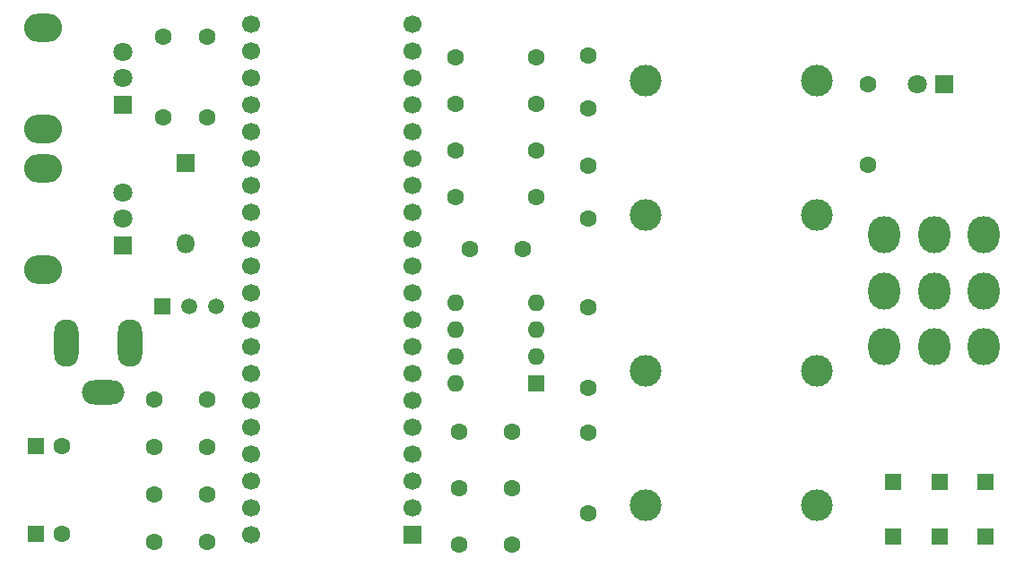
<source format=gbr>
%TF.GenerationSoftware,KiCad,Pcbnew,9.0.5*%
%TF.CreationDate,2025-10-31T17:46:48-05:00*%
%TF.ProjectId,wah,7761682e-6b69-4636-9164-5f7063625858,0.3*%
%TF.SameCoordinates,Original*%
%TF.FileFunction,Soldermask,Top*%
%TF.FilePolarity,Negative*%
%FSLAX46Y46*%
G04 Gerber Fmt 4.6, Leading zero omitted, Abs format (unit mm)*
G04 Created by KiCad (PCBNEW 9.0.5) date 2025-10-31 17:46:48*
%MOMM*%
%LPD*%
G01*
G04 APERTURE LIST*
G04 Aperture macros list*
%AMRoundRect*
0 Rectangle with rounded corners*
0 $1 Rounding radius*
0 $2 $3 $4 $5 $6 $7 $8 $9 X,Y pos of 4 corners*
0 Add a 4 corners polygon primitive as box body*
4,1,4,$2,$3,$4,$5,$6,$7,$8,$9,$2,$3,0*
0 Add four circle primitives for the rounded corners*
1,1,$1+$1,$2,$3*
1,1,$1+$1,$4,$5*
1,1,$1+$1,$6,$7*
1,1,$1+$1,$8,$9*
0 Add four rect primitives between the rounded corners*
20,1,$1+$1,$2,$3,$4,$5,0*
20,1,$1+$1,$4,$5,$6,$7,0*
20,1,$1+$1,$6,$7,$8,$9,0*
20,1,$1+$1,$8,$9,$2,$3,0*%
G04 Aperture macros list end*
%ADD10RoundRect,0.250000X-0.550000X-0.550000X0.550000X-0.550000X0.550000X0.550000X-0.550000X0.550000X0*%
%ADD11C,1.600000*%
%ADD12R,1.800000X1.800000*%
%ADD13O,1.800000X1.800000*%
%ADD14O,3.580000X2.720000*%
%ADD15O,3.580000X2.696000*%
%ADD16C,1.800000*%
%ADD17R,1.500000X1.500000*%
%ADD18C,1.500000*%
%ADD19C,3.000000*%
%ADD20O,2.300000X4.500000*%
%ADD21O,4.000000X2.300000*%
%ADD22O,3.000000X3.500000*%
%ADD23R,1.600000X1.600000*%
%ADD24O,1.600000X1.600000*%
%ADD25R,1.700000X1.700000*%
%ADD26C,1.700000*%
G04 APERTURE END LIST*
D10*
%TO.C,C13*%
X47700000Y-75035000D03*
D11*
X50200000Y-75035000D03*
%TD*%
D10*
%TO.C,C3*%
X47700000Y-83335000D03*
D11*
X50200000Y-83335000D03*
%TD*%
D12*
%TO.C,D1*%
X61885000Y-48270000D03*
D13*
X61885000Y-55890000D03*
%TD*%
D11*
%TO.C,C11*%
X92685000Y-79020000D03*
X87685000Y-79020000D03*
%TD*%
D14*
%TO.C,RV2*%
X48447000Y-45031600D03*
D15*
X48435000Y-35443600D03*
D12*
X55947000Y-42731600D03*
D16*
X55947000Y-40231600D03*
X55947000Y-37731600D03*
%TD*%
D11*
%TO.C,C6*%
X88685000Y-56370000D03*
X93685000Y-56370000D03*
%TD*%
D17*
%TO.C,GND1*%
X137385000Y-78370000D03*
%TD*%
D11*
%TO.C,R6*%
X59785000Y-36360000D03*
X59785000Y-43980000D03*
%TD*%
D17*
%TO.C,U2*%
X59645000Y-61830000D03*
D18*
X62185000Y-61830000D03*
X64725000Y-61830000D03*
%TD*%
D17*
%TO.C,TP_5V1*%
X128685000Y-78370000D03*
%TD*%
D19*
%TO.C,J3*%
X121515000Y-80570000D03*
X105285000Y-80570000D03*
X121515000Y-67870000D03*
X105285000Y-67870000D03*
%TD*%
D11*
%TO.C,C5*%
X63900000Y-75101667D03*
X58900000Y-75101667D03*
%TD*%
%TO.C,R2*%
X87375000Y-38246800D03*
X94995000Y-38246800D03*
%TD*%
D20*
%TO.C,J1*%
X56585000Y-65270000D03*
X50585000Y-65270000D03*
D21*
X54085000Y-69920000D03*
%TD*%
D14*
%TO.C,RV1*%
X48447000Y-58352000D03*
D15*
X48435000Y-48764000D03*
D12*
X55947000Y-56052000D03*
D16*
X55947000Y-53552000D03*
X55947000Y-51052000D03*
%TD*%
D11*
%TO.C,C8*%
X63900000Y-84035000D03*
X58900000Y-84035000D03*
%TD*%
%TO.C,R7*%
X99885000Y-81370000D03*
X99885000Y-73750000D03*
%TD*%
%TO.C,R1*%
X87375000Y-42654533D03*
X94995000Y-42654533D03*
%TD*%
%TO.C,R9*%
X126285000Y-48390000D03*
X126285000Y-40770000D03*
%TD*%
%TO.C,R5*%
X63885000Y-43980000D03*
X63885000Y-36360000D03*
%TD*%
D17*
%TO.C,TP_VREF1*%
X128685000Y-83570000D03*
%TD*%
D12*
%TO.C,D2*%
X133470000Y-40770000D03*
D16*
X130930000Y-40770000D03*
%TD*%
D11*
%TO.C,C4*%
X63900000Y-70635000D03*
X58900000Y-70635000D03*
%TD*%
D22*
%TO.C,SW1*%
X127835000Y-65650000D03*
X132535000Y-65650000D03*
X137235000Y-65650000D03*
X127835000Y-60350000D03*
X132535000Y-60350000D03*
X137235000Y-60350000D03*
X127835000Y-55050000D03*
X132535000Y-55050000D03*
X137235000Y-55050000D03*
%TD*%
D19*
%TO.C,J2*%
X105285000Y-40470000D03*
X121515000Y-40470000D03*
X105285000Y-53170000D03*
X121515000Y-53170000D03*
%TD*%
D11*
%TO.C,R3*%
X94995000Y-51470000D03*
X87375000Y-51470000D03*
%TD*%
%TO.C,C7*%
X63900000Y-79568333D03*
X58900000Y-79568333D03*
%TD*%
%TO.C,R8*%
X99885000Y-61870000D03*
X99885000Y-69490000D03*
%TD*%
%TO.C,C1*%
X99885000Y-48513600D03*
X99885000Y-53513600D03*
%TD*%
%TO.C,C2*%
X99885000Y-43070000D03*
X99885000Y-38070000D03*
%TD*%
D23*
%TO.C,U1*%
X94985000Y-69090000D03*
D24*
X94985000Y-66550000D03*
X94985000Y-64010000D03*
X94985000Y-61470000D03*
X87365000Y-61470000D03*
X87365000Y-64010000D03*
X87365000Y-66550000D03*
X87365000Y-69090000D03*
%TD*%
D11*
%TO.C,C9*%
X92685000Y-84370000D03*
X87685000Y-84370000D03*
%TD*%
%TO.C,R4*%
X87375000Y-47062267D03*
X94995000Y-47062267D03*
%TD*%
D25*
%TO.C,A1*%
X83252000Y-83411600D03*
D26*
X83252000Y-80871600D03*
X83252000Y-78331600D03*
X83252000Y-75791600D03*
X83252000Y-73251600D03*
X83252000Y-70711600D03*
X83252000Y-68171600D03*
X83252000Y-65631600D03*
X83252000Y-63091600D03*
X83252000Y-60551600D03*
X83252000Y-58011600D03*
X83252000Y-55471600D03*
X83252000Y-52931600D03*
X83252000Y-50391600D03*
X83252000Y-47851600D03*
X83252000Y-45311600D03*
X83252000Y-42771600D03*
X83252000Y-40231600D03*
X83252000Y-37691600D03*
X83252000Y-35151600D03*
X68012000Y-35151600D03*
X68012000Y-37691600D03*
X68012000Y-40231600D03*
X68012000Y-42771600D03*
X68012000Y-45311600D03*
X68012000Y-47851600D03*
X68012000Y-50391600D03*
X68012000Y-52931600D03*
X68012000Y-55471600D03*
X68012000Y-58011600D03*
X68012000Y-60551600D03*
X68012000Y-63091600D03*
X68012000Y-65631600D03*
X68012000Y-68171600D03*
X68012000Y-70711600D03*
X68012000Y-73251600D03*
X68012000Y-75791600D03*
X68012000Y-78331600D03*
X68012000Y-80871600D03*
X68012000Y-83411600D03*
%TD*%
D17*
%TO.C,TP_IN1*%
X133035000Y-83570000D03*
%TD*%
D11*
%TO.C,C12*%
X92685000Y-73670000D03*
X87685000Y-73670000D03*
%TD*%
D17*
%TO.C,GND2*%
X137385000Y-83570000D03*
%TD*%
%TO.C,TP_OUT1*%
X133035000Y-78370000D03*
%TD*%
M02*

</source>
